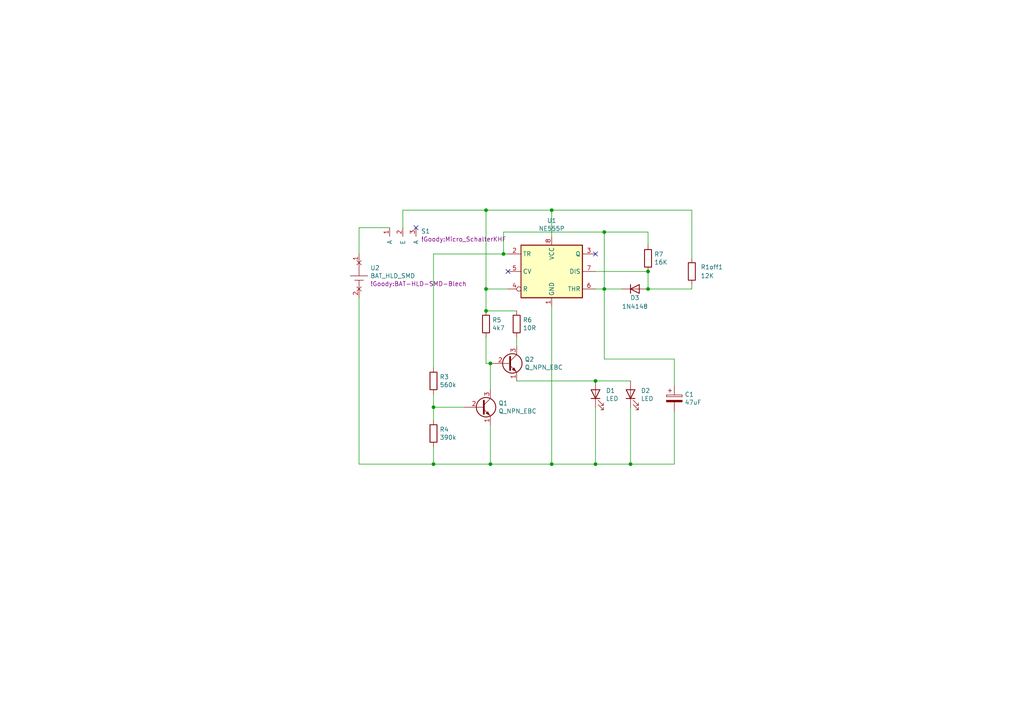
<source format=kicad_sch>
(kicad_sch
	(version 20250114)
	(generator "eeschema")
	(generator_version "9.0")
	(uuid "68a5a566-2d57-48b9-b100-9ee235a926f9")
	(paper "A4")
	(lib_symbols
		(symbol "!Goody:BAT_HLD_SMD"
			(pin_names
				(offset 1.016)
			)
			(exclude_from_sim no)
			(in_bom yes)
			(on_board yes)
			(property "Reference" "U"
				(at -5.08 0 0)
				(effects
					(font
						(size 1.27 1.27)
					)
				)
			)
			(property "Value" "BAT_HLD_SMD"
				(at -10.16 3.81 0)
				(effects
					(font
						(size 1.27 1.27)
					)
				)
			)
			(property "Footprint" "KHF_LIB:BAT-HLD-SMD"
				(at -15.24 6.35 0)
				(effects
					(font
						(size 1.27 1.27)
					)
				)
			)
			(property "Datasheet" ""
				(at -5.08 0 0)
				(effects
					(font
						(size 1.27 1.27)
					)
					(hide yes)
				)
			)
			(property "Description" "2032 SMD"
				(at 0 0 0)
				(effects
					(font
						(size 1.27 1.27)
					)
					(hide yes)
				)
			)
			(symbol "BAT_HLD_SMD_0_1"
				(rectangle
					(start -1.27 0)
					(end -2.54 0)
					(stroke
						(width 0)
						(type solid)
					)
					(fill
						(type none)
					)
				)
				(rectangle
					(start -1.27 0)
					(end 1.27 0)
					(stroke
						(width 0)
						(type solid)
					)
					(fill
						(type none)
					)
				)
				(rectangle
					(start -1.27 -1.27)
					(end 1.27 -1.27)
					(stroke
						(width 0)
						(type solid)
					)
					(fill
						(type none)
					)
				)
				(polyline
					(pts
						(xy 0 0) (xy 0 3.81)
					)
					(stroke
						(width 0)
						(type solid)
					)
					(fill
						(type none)
					)
				)
				(polyline
					(pts
						(xy 0 -3.81) (xy 0 -1.27)
					)
					(stroke
						(width 0)
						(type solid)
					)
					(fill
						(type none)
					)
				)
				(polyline
					(pts
						(xy 1.27 0) (xy 2.54 0)
					)
					(stroke
						(width 0)
						(type solid)
					)
					(fill
						(type none)
					)
				)
			)
			(symbol "BAT_HLD_SMD_1_1"
				(pin power_out non_logic
					(at 0 6.35 270)
					(length 2.54)
					(name "~"
						(effects
							(font
								(size 1.27 1.27)
							)
						)
					)
					(number "1"
						(effects
							(font
								(size 1.27 1.27)
							)
						)
					)
				)
				(pin power_out non_logic
					(at 0 -6.35 90)
					(length 2.54)
					(name "~"
						(effects
							(font
								(size 1.27 1.27)
							)
						)
					)
					(number "2"
						(effects
							(font
								(size 1.27 1.27)
							)
						)
					)
				)
			)
			(embedded_fonts no)
		)
		(symbol "!Goody:ELKO"
			(pin_numbers
				(hide yes)
			)
			(pin_names
				(offset 0.254)
			)
			(exclude_from_sim no)
			(in_bom yes)
			(on_board yes)
			(property "Reference" "C"
				(at 0.635 2.54 0)
				(effects
					(font
						(size 1.27 1.27)
					)
					(justify left)
				)
			)
			(property "Value" "ELKO"
				(at 0.635 -2.54 0)
				(effects
					(font
						(size 1.27 1.27)
					)
					(justify left)
				)
			)
			(property "Footprint" ""
				(at 0.9652 -3.81 0)
				(effects
					(font
						(size 1.27 1.27)
					)
					(hide yes)
				)
			)
			(property "Datasheet" "~"
				(at 0 0 0)
				(effects
					(font
						(size 1.27 1.27)
					)
					(hide yes)
				)
			)
			(property "Description" "ELKO"
				(at 0 0 0)
				(effects
					(font
						(size 1.27 1.27)
					)
					(hide yes)
				)
			)
			(property "ki_keywords" "cap capacitor"
				(at 0 0 0)
				(effects
					(font
						(size 1.27 1.27)
					)
					(hide yes)
				)
			)
			(property "ki_fp_filters" "CP_*"
				(at 0 0 0)
				(effects
					(font
						(size 1.27 1.27)
					)
					(hide yes)
				)
			)
			(symbol "ELKO_0_1"
				(rectangle
					(start -2.286 0.508)
					(end 2.286 1.016)
					(stroke
						(width 0)
						(type solid)
					)
					(fill
						(type none)
					)
				)
				(polyline
					(pts
						(xy -1.778 2.286) (xy -0.762 2.286)
					)
					(stroke
						(width 0)
						(type solid)
					)
					(fill
						(type none)
					)
				)
				(polyline
					(pts
						(xy -1.27 2.794) (xy -1.27 1.778)
					)
					(stroke
						(width 0)
						(type solid)
					)
					(fill
						(type none)
					)
				)
				(rectangle
					(start 2.286 -0.508)
					(end -2.286 -1.016)
					(stroke
						(width 0)
						(type solid)
					)
					(fill
						(type outline)
					)
				)
			)
			(symbol "ELKO_1_1"
				(pin passive line
					(at 0 3.81 270)
					(length 2.794)
					(name "~"
						(effects
							(font
								(size 1.27 1.27)
							)
						)
					)
					(number "1"
						(effects
							(font
								(size 1.27 1.27)
							)
						)
					)
				)
				(pin passive line
					(at 0 -3.81 90)
					(length 2.794)
					(name "~"
						(effects
							(font
								(size 1.27 1.27)
							)
						)
					)
					(number "2"
						(effects
							(font
								(size 1.27 1.27)
							)
						)
					)
				)
			)
			(embedded_fonts no)
		)
		(symbol "!Goody:LED"
			(pin_numbers
				(hide yes)
			)
			(pin_names
				(offset 1.016)
				(hide yes)
			)
			(exclude_from_sim no)
			(in_bom yes)
			(on_board yes)
			(property "Reference" "D"
				(at 0 2.54 0)
				(effects
					(font
						(size 1.27 1.27)
					)
				)
			)
			(property "Value" "LED"
				(at 2.54 -2.54 90)
				(effects
					(font
						(size 1.27 1.27)
					)
				)
			)
			(property "Footprint" "LED_THT:LED_D5.0mm"
				(at 0 5.08 0)
				(effects
					(font
						(size 1.27 1.27)
					)
					(hide yes)
				)
			)
			(property "Datasheet" ""
				(at 0 -2.54 90)
				(effects
					(font
						(size 1.27 1.27)
					)
					(hide yes)
				)
			)
			(property "Description" "LED 5mm"
				(at 0 0 0)
				(effects
					(font
						(size 1.27 1.27)
					)
					(hide yes)
				)
			)
			(property "ki_fp_filters" "LED* LED_SMD:* LED_THT:*"
				(at 0 0 0)
				(effects
					(font
						(size 1.27 1.27)
					)
					(hide yes)
				)
			)
			(symbol "LED_0_1"
				(polyline
					(pts
						(xy 0 -3.81) (xy 0 -1.27)
					)
					(stroke
						(width 0)
						(type solid)
					)
					(fill
						(type none)
					)
				)
				(polyline
					(pts
						(xy 0.762 -4.318) (xy 2.286 -5.842) (xy 2.286 -5.08) (xy 2.286 -5.842) (xy 1.524 -5.842)
					)
					(stroke
						(width 0)
						(type solid)
					)
					(fill
						(type none)
					)
				)
				(polyline
					(pts
						(xy 0.762 -5.588) (xy 2.286 -7.112) (xy 2.286 -6.35) (xy 2.286 -7.112) (xy 1.524 -7.112)
					)
					(stroke
						(width 0)
						(type solid)
					)
					(fill
						(type none)
					)
				)
				(polyline
					(pts
						(xy 1.27 -1.27) (xy -1.27 -1.27) (xy 0 -3.81) (xy 1.27 -1.27)
					)
					(stroke
						(width 0.254)
						(type solid)
					)
					(fill
						(type none)
					)
				)
				(polyline
					(pts
						(xy 1.27 -3.81) (xy -1.27 -3.81)
					)
					(stroke
						(width 0.254)
						(type solid)
					)
					(fill
						(type none)
					)
				)
			)
			(symbol "LED_1_1"
				(pin passive line
					(at 0 1.27 270)
					(length 2.54)
					(name "A"
						(effects
							(font
								(size 1.27 1.27)
							)
						)
					)
					(number "2"
						(effects
							(font
								(size 1.27 1.27)
							)
						)
					)
				)
				(pin passive line
					(at 0 -6.35 90)
					(length 2.54)
					(name "K"
						(effects
							(font
								(size 1.27 1.27)
							)
						)
					)
					(number "1"
						(effects
							(font
								(size 1.27 1.27)
							)
						)
					)
				)
			)
			(embedded_fonts no)
		)
		(symbol "!Goody:Micro_Schalter"
			(pin_names
				(offset 1.016)
			)
			(exclude_from_sim no)
			(in_bom yes)
			(on_board yes)
			(property "Reference" "S"
				(at 0 0 0)
				(effects
					(font
						(size 1.27 1.27)
					)
				)
			)
			(property "Value" "Micro_Schalter"
				(at 0 5.08 0)
				(effects
					(font
						(size 1.27 1.27)
					)
					(hide yes)
				)
			)
			(property "Footprint" "KHF_LIB:Micro_SchalterKHF"
				(at 0 0 0)
				(effects
					(font
						(size 1.27 1.27)
					)
				)
			)
			(property "Datasheet" ""
				(at 0 0 0)
				(effects
					(font
						(size 1.27 1.27)
					)
					(hide yes)
				)
			)
			(property "Description" "Micro_Schalter"
				(at 0 0 0)
				(effects
					(font
						(size 1.27 1.27)
					)
					(hide yes)
				)
			)
			(symbol "Micro_Schalter_1_1"
				(pin passive line
					(at -3.81 -2.54 270)
					(length 2.54)
					(name "A"
						(effects
							(font
								(size 1.27 1.27)
							)
						)
					)
					(number "1"
						(effects
							(font
								(size 1.27 1.27)
							)
						)
					)
				)
				(pin passive line
					(at 0 -2.54 270)
					(length 2.54)
					(name "E"
						(effects
							(font
								(size 1.27 1.27)
							)
						)
					)
					(number "2"
						(effects
							(font
								(size 1.27 1.27)
							)
						)
					)
				)
				(pin passive line
					(at 3.81 -2.54 270)
					(length 2.54)
					(name "A"
						(effects
							(font
								(size 1.27 1.27)
							)
						)
					)
					(number "3"
						(effects
							(font
								(size 1.27 1.27)
							)
						)
					)
				)
			)
			(embedded_fonts no)
		)
		(symbol "!Goody:R"
			(pin_numbers
				(hide yes)
			)
			(pin_names
				(offset 0)
			)
			(exclude_from_sim no)
			(in_bom yes)
			(on_board yes)
			(property "Reference" "R"
				(at 2.032 0 90)
				(effects
					(font
						(size 1.27 1.27)
					)
				)
			)
			(property "Value" "R"
				(at 0 0 90)
				(effects
					(font
						(size 1.27 1.27)
					)
				)
			)
			(property "Footprint" "Resistor_THT:R_Axial_DIN0411_L9.9mm_D3.6mm_P12.70mm_Horizontal"
				(at -1.778 0 90)
				(effects
					(font
						(size 1.27 1.27)
					)
					(hide yes)
				)
			)
			(property "Datasheet" "~"
				(at 0 0 0)
				(effects
					(font
						(size 1.27 1.27)
					)
					(hide yes)
				)
			)
			(property "Description" "Resistor"
				(at 0 0 0)
				(effects
					(font
						(size 1.27 1.27)
					)
					(hide yes)
				)
			)
			(property "ki_keywords" "R res resistor"
				(at 0 0 0)
				(effects
					(font
						(size 1.27 1.27)
					)
					(hide yes)
				)
			)
			(property "ki_fp_filters" "R_*"
				(at 0 0 0)
				(effects
					(font
						(size 1.27 1.27)
					)
					(hide yes)
				)
			)
			(symbol "R_0_1"
				(rectangle
					(start -1.016 -2.54)
					(end 1.016 2.54)
					(stroke
						(width 0.254)
						(type solid)
					)
					(fill
						(type none)
					)
				)
			)
			(symbol "R_1_1"
				(pin passive line
					(at 0 3.81 270)
					(length 1.27)
					(name "~"
						(effects
							(font
								(size 1.27 1.27)
							)
						)
					)
					(number "1"
						(effects
							(font
								(size 1.27 1.27)
							)
						)
					)
				)
				(pin passive line
					(at 0 -3.81 90)
					(length 1.27)
					(name "~"
						(effects
							(font
								(size 1.27 1.27)
							)
						)
					)
					(number "2"
						(effects
							(font
								(size 1.27 1.27)
							)
						)
					)
				)
			)
			(embedded_fonts no)
		)
		(symbol "Device:Q_NPN_EBC"
			(pin_names
				(offset 0)
				(hide yes)
			)
			(exclude_from_sim no)
			(in_bom yes)
			(on_board yes)
			(property "Reference" "Q"
				(at 5.08 1.27 0)
				(effects
					(font
						(size 1.27 1.27)
					)
					(justify left)
				)
			)
			(property "Value" "Q_NPN_EBC"
				(at 5.08 -1.27 0)
				(effects
					(font
						(size 1.27 1.27)
					)
					(justify left)
				)
			)
			(property "Footprint" ""
				(at 5.08 2.54 0)
				(effects
					(font
						(size 1.27 1.27)
					)
					(hide yes)
				)
			)
			(property "Datasheet" "~"
				(at 0 0 0)
				(effects
					(font
						(size 1.27 1.27)
					)
					(hide yes)
				)
			)
			(property "Description" "NPN transistor, emitter/base/collector"
				(at 0 0 0)
				(effects
					(font
						(size 1.27 1.27)
					)
					(hide yes)
				)
			)
			(property "ki_keywords" "transistor NPN"
				(at 0 0 0)
				(effects
					(font
						(size 1.27 1.27)
					)
					(hide yes)
				)
			)
			(symbol "Q_NPN_EBC_0_1"
				(polyline
					(pts
						(xy 0.635 1.905) (xy 0.635 -1.905) (xy 0.635 -1.905)
					)
					(stroke
						(width 0.508)
						(type default)
					)
					(fill
						(type none)
					)
				)
				(polyline
					(pts
						(xy 0.635 0.635) (xy 2.54 2.54)
					)
					(stroke
						(width 0)
						(type default)
					)
					(fill
						(type none)
					)
				)
				(polyline
					(pts
						(xy 0.635 -0.635) (xy 2.54 -2.54) (xy 2.54 -2.54)
					)
					(stroke
						(width 0)
						(type default)
					)
					(fill
						(type none)
					)
				)
				(circle
					(center 1.27 0)
					(radius 2.8194)
					(stroke
						(width 0.254)
						(type default)
					)
					(fill
						(type none)
					)
				)
				(polyline
					(pts
						(xy 1.27 -1.778) (xy 1.778 -1.27) (xy 2.286 -2.286) (xy 1.27 -1.778) (xy 1.27 -1.778)
					)
					(stroke
						(width 0)
						(type default)
					)
					(fill
						(type outline)
					)
				)
			)
			(symbol "Q_NPN_EBC_1_1"
				(pin passive line
					(at -5.08 0 0)
					(length 5.715)
					(name "B"
						(effects
							(font
								(size 1.27 1.27)
							)
						)
					)
					(number "2"
						(effects
							(font
								(size 1.27 1.27)
							)
						)
					)
				)
				(pin passive line
					(at 2.54 5.08 270)
					(length 2.54)
					(name "C"
						(effects
							(font
								(size 1.27 1.27)
							)
						)
					)
					(number "3"
						(effects
							(font
								(size 1.27 1.27)
							)
						)
					)
				)
				(pin passive line
					(at 2.54 -5.08 90)
					(length 2.54)
					(name "E"
						(effects
							(font
								(size 1.27 1.27)
							)
						)
					)
					(number "1"
						(effects
							(font
								(size 1.27 1.27)
							)
						)
					)
				)
			)
			(embedded_fonts no)
		)
		(symbol "Diode:1N4148"
			(pin_numbers
				(hide yes)
			)
			(pin_names
				(hide yes)
			)
			(exclude_from_sim no)
			(in_bom yes)
			(on_board yes)
			(property "Reference" "D"
				(at 0 2.54 0)
				(effects
					(font
						(size 1.27 1.27)
					)
				)
			)
			(property "Value" "1N4148"
				(at 0 -2.54 0)
				(effects
					(font
						(size 1.27 1.27)
					)
				)
			)
			(property "Footprint" "Diode_THT:D_DO-35_SOD27_P7.62mm_Horizontal"
				(at 0 0 0)
				(effects
					(font
						(size 1.27 1.27)
					)
					(hide yes)
				)
			)
			(property "Datasheet" "https://assets.nexperia.com/documents/data-sheet/1N4148_1N4448.pdf"
				(at 0 0 0)
				(effects
					(font
						(size 1.27 1.27)
					)
					(hide yes)
				)
			)
			(property "Description" "100V 0.15A standard switching diode, DO-35"
				(at 0 0 0)
				(effects
					(font
						(size 1.27 1.27)
					)
					(hide yes)
				)
			)
			(property "Sim.Device" "D"
				(at 0 0 0)
				(effects
					(font
						(size 1.27 1.27)
					)
					(hide yes)
				)
			)
			(property "Sim.Pins" "1=K 2=A"
				(at 0 0 0)
				(effects
					(font
						(size 1.27 1.27)
					)
					(hide yes)
				)
			)
			(property "ki_keywords" "diode"
				(at 0 0 0)
				(effects
					(font
						(size 1.27 1.27)
					)
					(hide yes)
				)
			)
			(property "ki_fp_filters" "D*DO?35*"
				(at 0 0 0)
				(effects
					(font
						(size 1.27 1.27)
					)
					(hide yes)
				)
			)
			(symbol "1N4148_0_1"
				(polyline
					(pts
						(xy -1.27 1.27) (xy -1.27 -1.27)
					)
					(stroke
						(width 0.254)
						(type default)
					)
					(fill
						(type none)
					)
				)
				(polyline
					(pts
						(xy 1.27 1.27) (xy 1.27 -1.27) (xy -1.27 0) (xy 1.27 1.27)
					)
					(stroke
						(width 0.254)
						(type default)
					)
					(fill
						(type none)
					)
				)
				(polyline
					(pts
						(xy 1.27 0) (xy -1.27 0)
					)
					(stroke
						(width 0)
						(type default)
					)
					(fill
						(type none)
					)
				)
			)
			(symbol "1N4148_1_1"
				(pin passive line
					(at -3.81 0 0)
					(length 2.54)
					(name "K"
						(effects
							(font
								(size 1.27 1.27)
							)
						)
					)
					(number "1"
						(effects
							(font
								(size 1.27 1.27)
							)
						)
					)
				)
				(pin passive line
					(at 3.81 0 180)
					(length 2.54)
					(name "A"
						(effects
							(font
								(size 1.27 1.27)
							)
						)
					)
					(number "2"
						(effects
							(font
								(size 1.27 1.27)
							)
						)
					)
				)
			)
			(embedded_fonts no)
		)
		(symbol "Timer:NE555P"
			(exclude_from_sim no)
			(in_bom yes)
			(on_board yes)
			(property "Reference" "U"
				(at -10.16 8.89 0)
				(effects
					(font
						(size 1.27 1.27)
					)
					(justify left)
				)
			)
			(property "Value" "NE555P"
				(at 2.54 8.89 0)
				(effects
					(font
						(size 1.27 1.27)
					)
					(justify left)
				)
			)
			(property "Footprint" "Package_DIP:DIP-8_W7.62mm"
				(at 16.51 -10.16 0)
				(effects
					(font
						(size 1.27 1.27)
					)
					(hide yes)
				)
			)
			(property "Datasheet" "http://www.ti.com/lit/ds/symlink/ne555.pdf"
				(at 21.59 -10.16 0)
				(effects
					(font
						(size 1.27 1.27)
					)
					(hide yes)
				)
			)
			(property "Description" "Precision Timers, 555 compatible,  PDIP-8"
				(at 0 0 0)
				(effects
					(font
						(size 1.27 1.27)
					)
					(hide yes)
				)
			)
			(property "ki_keywords" "single timer 555"
				(at 0 0 0)
				(effects
					(font
						(size 1.27 1.27)
					)
					(hide yes)
				)
			)
			(property "ki_fp_filters" "DIP*W7.62mm*"
				(at 0 0 0)
				(effects
					(font
						(size 1.27 1.27)
					)
					(hide yes)
				)
			)
			(symbol "NE555P_0_0"
				(pin power_in line
					(at 0 10.16 270)
					(length 2.54)
					(name "VCC"
						(effects
							(font
								(size 1.27 1.27)
							)
						)
					)
					(number "8"
						(effects
							(font
								(size 1.27 1.27)
							)
						)
					)
				)
				(pin power_in line
					(at 0 -10.16 90)
					(length 2.54)
					(name "GND"
						(effects
							(font
								(size 1.27 1.27)
							)
						)
					)
					(number "1"
						(effects
							(font
								(size 1.27 1.27)
							)
						)
					)
				)
			)
			(symbol "NE555P_0_1"
				(rectangle
					(start -8.89 -7.62)
					(end 8.89 7.62)
					(stroke
						(width 0.254)
						(type default)
					)
					(fill
						(type background)
					)
				)
				(rectangle
					(start -8.89 -7.62)
					(end 8.89 7.62)
					(stroke
						(width 0.254)
						(type default)
					)
					(fill
						(type background)
					)
				)
			)
			(symbol "NE555P_1_1"
				(pin input line
					(at -12.7 5.08 0)
					(length 3.81)
					(name "TR"
						(effects
							(font
								(size 1.27 1.27)
							)
						)
					)
					(number "2"
						(effects
							(font
								(size 1.27 1.27)
							)
						)
					)
				)
				(pin input line
					(at -12.7 0 0)
					(length 3.81)
					(name "CV"
						(effects
							(font
								(size 1.27 1.27)
							)
						)
					)
					(number "5"
						(effects
							(font
								(size 1.27 1.27)
							)
						)
					)
				)
				(pin input inverted
					(at -12.7 -5.08 0)
					(length 3.81)
					(name "R"
						(effects
							(font
								(size 1.27 1.27)
							)
						)
					)
					(number "4"
						(effects
							(font
								(size 1.27 1.27)
							)
						)
					)
				)
				(pin output line
					(at 12.7 5.08 180)
					(length 3.81)
					(name "Q"
						(effects
							(font
								(size 1.27 1.27)
							)
						)
					)
					(number "3"
						(effects
							(font
								(size 1.27 1.27)
							)
						)
					)
				)
				(pin input line
					(at 12.7 0 180)
					(length 3.81)
					(name "DIS"
						(effects
							(font
								(size 1.27 1.27)
							)
						)
					)
					(number "7"
						(effects
							(font
								(size 1.27 1.27)
							)
						)
					)
				)
				(pin input line
					(at 12.7 -5.08 180)
					(length 3.81)
					(name "THR"
						(effects
							(font
								(size 1.27 1.27)
							)
						)
					)
					(number "6"
						(effects
							(font
								(size 1.27 1.27)
							)
						)
					)
				)
			)
			(embedded_fonts no)
		)
	)
	(junction
		(at 175.26 67.31)
		(diameter 0)
		(color 0 0 0 0)
		(uuid "012158cf-1eb2-4a04-9fe0-bc3bbbe5f20e")
	)
	(junction
		(at 172.72 110.49)
		(diameter 0)
		(color 0 0 0 0)
		(uuid "0aae2d60-0ac1-4836-88ae-a02edc604ac3")
	)
	(junction
		(at 142.24 134.62)
		(diameter 0)
		(color 0 0 0 0)
		(uuid "0b7aece9-028a-4cab-9a4d-73f26402c749")
	)
	(junction
		(at 187.96 83.82)
		(diameter 0)
		(color 0 0 0 0)
		(uuid "0ce6205c-1b98-4944-8278-1f75d400bf83")
	)
	(junction
		(at 125.73 134.62)
		(diameter 0)
		(color 0 0 0 0)
		(uuid "27217c67-fcb9-40cd-8a2c-c8daa298c42f")
	)
	(junction
		(at 140.97 83.82)
		(diameter 0)
		(color 0 0 0 0)
		(uuid "4bd7df39-dd42-44b2-b19d-e9afe789db09")
	)
	(junction
		(at 142.24 105.41)
		(diameter 0)
		(color 0 0 0 0)
		(uuid "63dc224a-815c-4850-8417-102c00228f66")
	)
	(junction
		(at 187.96 78.74)
		(diameter 0)
		(color 0 0 0 0)
		(uuid "8beb06f7-cf21-4146-961b-ec5c6ee40f3b")
	)
	(junction
		(at 182.88 134.62)
		(diameter 0)
		(color 0 0 0 0)
		(uuid "ad33428f-45e7-4405-b492-b406ed40b9d0")
	)
	(junction
		(at 160.02 134.62)
		(diameter 0)
		(color 0 0 0 0)
		(uuid "b6e65093-069d-49f1-9227-0f3a7a165f6e")
	)
	(junction
		(at 160.02 60.96)
		(diameter 0)
		(color 0 0 0 0)
		(uuid "b8d1b895-5e2e-46bd-a79e-6fb15635573b")
	)
	(junction
		(at 140.97 90.17)
		(diameter 0)
		(color 0 0 0 0)
		(uuid "c0635db2-8762-4db8-ab63-e7d51ffbdb9f")
	)
	(junction
		(at 175.26 83.82)
		(diameter 0)
		(color 0 0 0 0)
		(uuid "c8cad75e-90bb-422d-bcb3-ba315e2a7968")
	)
	(junction
		(at 125.73 118.11)
		(diameter 0)
		(color 0 0 0 0)
		(uuid "d0ec8959-e1e7-4ed1-952e-f746c2e3df3d")
	)
	(junction
		(at 172.72 134.62)
		(diameter 0)
		(color 0 0 0 0)
		(uuid "d449a859-3013-4d7b-9ae3-0c96752b1811")
	)
	(junction
		(at 140.97 60.96)
		(diameter 0)
		(color 0 0 0 0)
		(uuid "ea2e6f39-f969-4e38-b067-2c337d967d16")
	)
	(junction
		(at 146.05 73.66)
		(diameter 0)
		(color 0 0 0 0)
		(uuid "fdb4767d-b824-410a-8f08-c8907185ffa4")
	)
	(no_connect
		(at 147.32 78.74)
		(uuid "62aea0cf-c9d8-47f7-9221-1b69d6d37cee")
	)
	(no_connect
		(at 120.65 66.04)
		(uuid "b2986437-b8a9-4df8-aa3b-9e0bac3ba50d")
	)
	(no_connect
		(at 172.72 73.66)
		(uuid "c68ac1aa-e00d-4899-b868-06a5033ed382")
	)
	(wire
		(pts
			(xy 187.96 67.31) (xy 175.26 67.31)
		)
		(stroke
			(width 0)
			(type default)
		)
		(uuid "002766c1-e086-4f54-a10f-ee4f2898a088")
	)
	(wire
		(pts
			(xy 116.84 66.04) (xy 116.84 60.96)
		)
		(stroke
			(width 0)
			(type default)
		)
		(uuid "0369ec76-ec7c-494b-b770-da59e947f687")
	)
	(wire
		(pts
			(xy 149.86 90.17) (xy 140.97 90.17)
		)
		(stroke
			(width 0)
			(type default)
		)
		(uuid "04764c24-a91d-4b45-92bc-ec528b9b1893")
	)
	(wire
		(pts
			(xy 140.97 60.96) (xy 160.02 60.96)
		)
		(stroke
			(width 0)
			(type default)
		)
		(uuid "0924a193-6b94-4a95-b18f-3d563f8f8de8")
	)
	(wire
		(pts
			(xy 195.58 104.14) (xy 195.58 111.76)
		)
		(stroke
			(width 0)
			(type default)
		)
		(uuid "21738cd2-c81c-4b7d-a8dd-f7185532bac2")
	)
	(wire
		(pts
			(xy 125.73 118.11) (xy 125.73 114.3)
		)
		(stroke
			(width 0)
			(type default)
		)
		(uuid "23565ee6-c8df-4128-88ff-3350bb4ba9c8")
	)
	(wire
		(pts
			(xy 116.84 60.96) (xy 140.97 60.96)
		)
		(stroke
			(width 0)
			(type default)
		)
		(uuid "346393bb-1605-4d54-b2c6-2f6e00c70ee6")
	)
	(wire
		(pts
			(xy 180.34 83.82) (xy 175.26 83.82)
		)
		(stroke
			(width 0)
			(type default)
		)
		(uuid "35135f54-ad0c-4b18-a9dc-ae5e67e7741b")
	)
	(wire
		(pts
			(xy 160.02 88.9) (xy 160.02 134.62)
		)
		(stroke
			(width 0)
			(type default)
		)
		(uuid "374e577f-7161-418e-88cc-fe8adf6ced6b")
	)
	(wire
		(pts
			(xy 142.24 134.62) (xy 160.02 134.62)
		)
		(stroke
			(width 0)
			(type default)
		)
		(uuid "37b3ca76-2e26-4983-8e8f-8a45eabae334")
	)
	(wire
		(pts
			(xy 187.96 78.74) (xy 187.96 83.82)
		)
		(stroke
			(width 0)
			(type default)
		)
		(uuid "3bf3d463-cdfe-48b2-9b9e-5d6579778c99")
	)
	(wire
		(pts
			(xy 104.14 66.04) (xy 104.14 73.66)
		)
		(stroke
			(width 0)
			(type default)
		)
		(uuid "4522aad0-b5ce-4a47-9f15-aed43bf575ae")
	)
	(wire
		(pts
			(xy 125.73 73.66) (xy 125.73 106.68)
		)
		(stroke
			(width 0)
			(type default)
		)
		(uuid "489bf9e2-6cee-4879-85ac-c38ed198b451")
	)
	(wire
		(pts
			(xy 172.72 118.11) (xy 172.72 134.62)
		)
		(stroke
			(width 0)
			(type default)
		)
		(uuid "51f80946-5ec7-4683-bd25-da386648cd3d")
	)
	(wire
		(pts
			(xy 187.96 83.82) (xy 200.66 83.82)
		)
		(stroke
			(width 0)
			(type default)
		)
		(uuid "5cfbc030-769e-4ebe-99bd-80c9729a94da")
	)
	(wire
		(pts
			(xy 104.14 86.36) (xy 104.14 134.62)
		)
		(stroke
			(width 0)
			(type default)
		)
		(uuid "5eff36cc-129f-4bd6-897a-8be627d938db")
	)
	(wire
		(pts
			(xy 172.72 110.49) (xy 182.88 110.49)
		)
		(stroke
			(width 0)
			(type default)
		)
		(uuid "65202488-47a4-44dd-8762-dd03c46463f5")
	)
	(wire
		(pts
			(xy 175.26 83.82) (xy 175.26 104.14)
		)
		(stroke
			(width 0)
			(type default)
		)
		(uuid "68c10858-0141-4047-b4cc-ba5600203d54")
	)
	(wire
		(pts
			(xy 125.73 129.54) (xy 125.73 134.62)
		)
		(stroke
			(width 0)
			(type default)
		)
		(uuid "68f599db-f3c7-4e8e-b8d4-eb5c7406dfe0")
	)
	(wire
		(pts
			(xy 149.86 100.33) (xy 149.86 97.79)
		)
		(stroke
			(width 0)
			(type default)
		)
		(uuid "6b744bf6-7e18-4faa-bf00-c81aec1d32d7")
	)
	(wire
		(pts
			(xy 140.97 90.17) (xy 140.97 83.82)
		)
		(stroke
			(width 0)
			(type default)
		)
		(uuid "6cc4863b-c4ef-42d7-bda7-585d1a8e7b5a")
	)
	(wire
		(pts
			(xy 146.05 73.66) (xy 147.32 73.66)
		)
		(stroke
			(width 0)
			(type default)
		)
		(uuid "70a841b9-73c0-4213-9ab2-9e39def9505c")
	)
	(wire
		(pts
			(xy 195.58 119.38) (xy 195.58 134.62)
		)
		(stroke
			(width 0)
			(type default)
		)
		(uuid "71fe0bcb-b7ec-496d-b31c-3f53ef8a3eb9")
	)
	(wire
		(pts
			(xy 160.02 134.62) (xy 172.72 134.62)
		)
		(stroke
			(width 0)
			(type default)
		)
		(uuid "7280d059-5ba4-437a-9cae-0a84d2b47efa")
	)
	(wire
		(pts
			(xy 182.88 134.62) (xy 182.88 118.11)
		)
		(stroke
			(width 0)
			(type default)
		)
		(uuid "73d38a6f-dc0b-47b7-a44a-30326af55193")
	)
	(wire
		(pts
			(xy 175.26 83.82) (xy 175.26 67.31)
		)
		(stroke
			(width 0)
			(type default)
		)
		(uuid "82348651-6161-4a9d-ab42-72d3587375b4")
	)
	(wire
		(pts
			(xy 125.73 121.92) (xy 125.73 118.11)
		)
		(stroke
			(width 0)
			(type default)
		)
		(uuid "872051fe-f2ee-403b-b570-781ed4f7cc33")
	)
	(wire
		(pts
			(xy 134.62 118.11) (xy 125.73 118.11)
		)
		(stroke
			(width 0)
			(type default)
		)
		(uuid "8b289452-3349-4798-addb-8add3468ce6c")
	)
	(wire
		(pts
			(xy 113.03 66.04) (xy 104.14 66.04)
		)
		(stroke
			(width 0)
			(type default)
		)
		(uuid "94c62285-a329-473e-a14f-b7e2144e795b")
	)
	(wire
		(pts
			(xy 160.02 60.96) (xy 200.66 60.96)
		)
		(stroke
			(width 0)
			(type default)
		)
		(uuid "986e499a-5f92-48d6-9c08-93daf91d41ce")
	)
	(wire
		(pts
			(xy 147.32 83.82) (xy 140.97 83.82)
		)
		(stroke
			(width 0)
			(type default)
		)
		(uuid "99c927c2-62e7-44b0-a40d-481bb978c647")
	)
	(wire
		(pts
			(xy 140.97 83.82) (xy 140.97 60.96)
		)
		(stroke
			(width 0)
			(type default)
		)
		(uuid "9b62b4d0-027e-4faf-884f-5357a2e3afb5")
	)
	(wire
		(pts
			(xy 146.05 67.31) (xy 146.05 73.66)
		)
		(stroke
			(width 0)
			(type default)
		)
		(uuid "aade027d-013a-4b01-83d1-86fb439c8b69")
	)
	(wire
		(pts
			(xy 125.73 73.66) (xy 146.05 73.66)
		)
		(stroke
			(width 0)
			(type default)
		)
		(uuid "ac7107ee-0f96-43ed-9076-90a475760bf7")
	)
	(wire
		(pts
			(xy 172.72 134.62) (xy 182.88 134.62)
		)
		(stroke
			(width 0)
			(type default)
		)
		(uuid "ae83c254-af4e-4fc7-b3c7-a3ef4e8091ca")
	)
	(wire
		(pts
			(xy 104.14 134.62) (xy 125.73 134.62)
		)
		(stroke
			(width 0)
			(type default)
		)
		(uuid "aeb4cd39-828e-49d5-8305-9e3ebf5d7913")
	)
	(wire
		(pts
			(xy 142.24 105.41) (xy 142.24 113.03)
		)
		(stroke
			(width 0)
			(type default)
		)
		(uuid "b0b6212e-3452-4191-990f-5ad5df4da649")
	)
	(wire
		(pts
			(xy 125.73 134.62) (xy 142.24 134.62)
		)
		(stroke
			(width 0)
			(type default)
		)
		(uuid "b572b30d-3454-45af-9b67-e47686d639ea")
	)
	(wire
		(pts
			(xy 175.26 104.14) (xy 195.58 104.14)
		)
		(stroke
			(width 0)
			(type default)
		)
		(uuid "b8cde48d-318e-423f-8b3a-f89f1366607d")
	)
	(wire
		(pts
			(xy 142.24 123.19) (xy 142.24 134.62)
		)
		(stroke
			(width 0)
			(type default)
		)
		(uuid "ba8f93f8-cfde-49e8-8c4b-1053c7b63ec4")
	)
	(wire
		(pts
			(xy 140.97 97.79) (xy 140.97 105.41)
		)
		(stroke
			(width 0)
			(type default)
		)
		(uuid "bc30c2a3-bf20-44fd-82cd-f9c629797399")
	)
	(wire
		(pts
			(xy 195.58 134.62) (xy 182.88 134.62)
		)
		(stroke
			(width 0)
			(type default)
		)
		(uuid "cb465a3f-9ebe-4e7f-a4f4-389aec4a54cf")
	)
	(wire
		(pts
			(xy 200.66 83.82) (xy 200.66 82.55)
		)
		(stroke
			(width 0)
			(type default)
		)
		(uuid "d3c5ba5a-a78c-46a6-9b95-49278eddfa9a")
	)
	(wire
		(pts
			(xy 140.97 105.41) (xy 142.24 105.41)
		)
		(stroke
			(width 0)
			(type default)
		)
		(uuid "d8b2ae4f-82e3-4460-9085-b5964ab13d3f")
	)
	(wire
		(pts
			(xy 200.66 60.96) (xy 200.66 74.93)
		)
		(stroke
			(width 0)
			(type default)
		)
		(uuid "e01c5bfd-4070-4921-ac0b-de7edd018ffe")
	)
	(wire
		(pts
			(xy 172.72 110.49) (xy 149.86 110.49)
		)
		(stroke
			(width 0)
			(type default)
		)
		(uuid "e7e030dc-0646-4d90-93b0-713786cefd75")
	)
	(wire
		(pts
			(xy 175.26 83.82) (xy 172.72 83.82)
		)
		(stroke
			(width 0)
			(type default)
		)
		(uuid "edb77564-8a95-4dfb-b519-23d2bacf7c91")
	)
	(wire
		(pts
			(xy 160.02 60.96) (xy 160.02 68.58)
		)
		(stroke
			(width 0)
			(type default)
		)
		(uuid "efb8dc49-7be9-4d86-a157-3e4f2af432b1")
	)
	(wire
		(pts
			(xy 187.96 71.12) (xy 187.96 67.31)
		)
		(stroke
			(width 0)
			(type default)
		)
		(uuid "f37b6895-25ec-4a66-b50c-a1324a6f1c48")
	)
	(wire
		(pts
			(xy 175.26 67.31) (xy 146.05 67.31)
		)
		(stroke
			(width 0)
			(type default)
		)
		(uuid "f7edd493-2875-49c4-b908-8be2743558d7")
	)
	(wire
		(pts
			(xy 172.72 78.74) (xy 187.96 78.74)
		)
		(stroke
			(width 0)
			(type default)
		)
		(uuid "fd02e64a-7306-4b67-bd0a-d2138f720ed4")
	)
	(symbol
		(lib_id "Timer:NE555P")
		(at 160.02 78.74 0)
		(unit 1)
		(exclude_from_sim no)
		(in_bom yes)
		(on_board yes)
		(dnp no)
		(uuid "00000000-0000-0000-0000-000064f9f70a")
		(property "Reference" "U1"
			(at 160.02 63.9826 0)
			(effects
				(font
					(size 1.27 1.27)
				)
			)
		)
		(property "Value" "NE555P"
			(at 160.02 66.294 0)
			(effects
				(font
					(size 1.27 1.27)
				)
			)
		)
		(property "Footprint" "Package_DIP:DIP-8_W7.62mm"
			(at 176.53 88.9 0)
			(effects
				(font
					(size 1.27 1.27)
				)
				(hide yes)
			)
		)
		(property "Datasheet" "http://www.ti.com/lit/ds/symlink/ne555.pdf"
			(at 181.61 88.9 0)
			(effects
				(font
					(size 1.27 1.27)
				)
				(hide yes)
			)
		)
		(property "Description" ""
			(at 160.02 78.74 0)
			(effects
				(font
					(size 1.27 1.27)
				)
			)
		)
		(pin "1"
			(uuid "74da7e86-810c-4641-9c88-6b7d5313d3b5")
		)
		(pin "8"
			(uuid "82781818-99dc-4d08-85d7-46dded14e09e")
		)
		(pin "2"
			(uuid "e62b6303-9aaf-44ae-bc70-322bdb6f96e7")
		)
		(pin "3"
			(uuid "cfc6f40a-2cec-48b5-8729-2e11e2055231")
		)
		(pin "4"
			(uuid "c98748ed-9613-4c27-8435-867b0ff98bbf")
		)
		(pin "5"
			(uuid "57bd1888-210c-4a43-84a5-a5601f71e698")
		)
		(pin "6"
			(uuid "540247ba-b4f2-492e-a559-48d695fc28f0")
		)
		(pin "7"
			(uuid "2bdc23b6-88b7-41ca-a97d-0666bc8e85f3")
		)
		(instances
			(project "Rocket"
				(path "/68a5a566-2d57-48b9-b100-9ee235a926f9"
					(reference "U1")
					(unit 1)
				)
			)
		)
	)
	(symbol
		(lib_id "Diode:1N4148")
		(at 184.15 83.82 0)
		(unit 1)
		(exclude_from_sim no)
		(in_bom yes)
		(on_board yes)
		(dnp no)
		(uuid "00000000-0000-0000-0000-000064f9ff5a")
		(property "Reference" "D3"
			(at 184.15 86.36 0)
			(effects
				(font
					(size 1.27 1.27)
				)
			)
		)
		(property "Value" "1N4148"
			(at 184.15 88.9 0)
			(effects
				(font
					(size 1.27 1.27)
				)
			)
		)
		(property "Footprint" "!Goody:1N4147_P7.62mm_Horizontal"
			(at 184.15 88.265 0)
			(effects
				(font
					(size 1.27 1.27)
				)
				(hide yes)
			)
		)
		(property "Datasheet" "https://assets.nexperia.com/documents/data-sheet/1N4148_1N4448.pdf"
			(at 184.15 83.82 0)
			(effects
				(font
					(size 1.27 1.27)
				)
				(hide yes)
			)
		)
		(property "Description" ""
			(at 184.15 83.82 0)
			(effects
				(font
					(size 1.27 1.27)
				)
			)
		)
		(pin "1"
			(uuid "37370d77-697d-4bff-856b-4c6fd6f27aad")
		)
		(pin "2"
			(uuid "5d51d78e-13d8-47d3-bce1-f9e20a41291d")
		)
		(instances
			(project "Rocket"
				(path "/68a5a566-2d57-48b9-b100-9ee235a926f9"
					(reference "D3")
					(unit 1)
				)
			)
		)
	)
	(symbol
		(lib_id "!Goody:ELKO")
		(at 195.58 115.57 0)
		(unit 1)
		(exclude_from_sim no)
		(in_bom yes)
		(on_board yes)
		(dnp no)
		(uuid "00000000-0000-0000-0000-000064fa140e")
		(property "Reference" "C1"
			(at 198.5772 114.4016 0)
			(effects
				(font
					(size 1.27 1.27)
				)
				(justify left)
			)
		)
		(property "Value" "47uF"
			(at 198.5772 116.713 0)
			(effects
				(font
					(size 1.27 1.27)
				)
				(justify left)
			)
		)
		(property "Footprint" "!Goody:C_Radial_D6.3mm_P2.50mm"
			(at 196.5452 119.38 0)
			(effects
				(font
					(size 1.27 1.27)
				)
				(hide yes)
			)
		)
		(property "Datasheet" "~"
			(at 195.58 115.57 0)
			(effects
				(font
					(size 1.27 1.27)
				)
				(hide yes)
			)
		)
		(property "Description" ""
			(at 195.58 115.57 0)
			(effects
				(font
					(size 1.27 1.27)
				)
			)
		)
		(pin "1"
			(uuid "cc7a2b9e-36bf-494c-b880-a2ffc6e74bbc")
		)
		(pin "2"
			(uuid "45431d58-9c01-4cc0-86e1-4d5348bf4fa6")
		)
		(instances
			(project "Rocket"
				(path "/68a5a566-2d57-48b9-b100-9ee235a926f9"
					(reference "C1")
					(unit 1)
				)
			)
		)
	)
	(symbol
		(lib_id "!Goody:R")
		(at 125.73 110.49 0)
		(unit 1)
		(exclude_from_sim no)
		(in_bom yes)
		(on_board yes)
		(dnp no)
		(uuid "00000000-0000-0000-0000-000064fa24a9")
		(property "Reference" "R3"
			(at 127.508 109.3216 0)
			(effects
				(font
					(size 1.27 1.27)
				)
				(justify left)
			)
		)
		(property "Value" "560k"
			(at 127.508 111.633 0)
			(effects
				(font
					(size 1.27 1.27)
				)
				(justify left)
			)
		)
		(property "Footprint" "Resistor_THT:R_Axial_DIN0207_L6.3mm_D2.5mm_P10.16mm_Horizontal"
			(at 123.952 110.49 90)
			(effects
				(font
					(size 1.27 1.27)
				)
				(hide yes)
			)
		)
		(property "Datasheet" "~"
			(at 125.73 110.49 0)
			(effects
				(font
					(size 1.27 1.27)
				)
				(hide yes)
			)
		)
		(property "Description" ""
			(at 125.73 110.49 0)
			(effects
				(font
					(size 1.27 1.27)
				)
			)
		)
		(pin "1"
			(uuid "37da9d2a-80cf-433d-8cb0-19a026ff6e1c")
		)
		(pin "2"
			(uuid "b8ab7582-e1b8-474b-8862-15918d7429a9")
		)
		(instances
			(project "Rocket"
				(path "/68a5a566-2d57-48b9-b100-9ee235a926f9"
					(reference "R3")
					(unit 1)
				)
			)
		)
	)
	(symbol
		(lib_id "!Goody:R")
		(at 125.73 125.73 0)
		(unit 1)
		(exclude_from_sim no)
		(in_bom yes)
		(on_board yes)
		(dnp no)
		(uuid "00000000-0000-0000-0000-000064fa3399")
		(property "Reference" "R4"
			(at 127.508 124.5616 0)
			(effects
				(font
					(size 1.27 1.27)
				)
				(justify left)
			)
		)
		(property "Value" "390k"
			(at 127.508 126.873 0)
			(effects
				(font
					(size 1.27 1.27)
				)
				(justify left)
			)
		)
		(property "Footprint" "Resistor_THT:R_Axial_DIN0207_L6.3mm_D2.5mm_P10.16mm_Horizontal"
			(at 123.952 125.73 90)
			(effects
				(font
					(size 1.27 1.27)
				)
				(hide yes)
			)
		)
		(property "Datasheet" "~"
			(at 125.73 125.73 0)
			(effects
				(font
					(size 1.27 1.27)
				)
				(hide yes)
			)
		)
		(property "Description" ""
			(at 125.73 125.73 0)
			(effects
				(font
					(size 1.27 1.27)
				)
			)
		)
		(pin "1"
			(uuid "1e55646e-c817-4cc3-ba2e-1d9c73a2fbd9")
		)
		(pin "2"
			(uuid "f66c6906-8a08-4a63-a484-fd25b36fcd8d")
		)
		(instances
			(project "Rocket"
				(path "/68a5a566-2d57-48b9-b100-9ee235a926f9"
					(reference "R4")
					(unit 1)
				)
			)
		)
	)
	(symbol
		(lib_id "Device:Q_NPN_EBC")
		(at 139.7 118.11 0)
		(unit 1)
		(exclude_from_sim no)
		(in_bom yes)
		(on_board yes)
		(dnp no)
		(uuid "00000000-0000-0000-0000-000064fa371b")
		(property "Reference" "Q1"
			(at 144.5514 116.9416 0)
			(effects
				(font
					(size 1.27 1.27)
				)
				(justify left)
			)
		)
		(property "Value" "Q_NPN_EBC"
			(at 144.5514 119.253 0)
			(effects
				(font
					(size 1.27 1.27)
				)
				(justify left)
			)
		)
		(property "Footprint" "!Goody:TO-92L_Wide"
			(at 144.78 115.57 0)
			(effects
				(font
					(size 1.27 1.27)
				)
				(hide yes)
			)
		)
		(property "Datasheet" "~"
			(at 139.7 118.11 0)
			(effects
				(font
					(size 1.27 1.27)
				)
				(hide yes)
			)
		)
		(property "Description" ""
			(at 139.7 118.11 0)
			(effects
				(font
					(size 1.27 1.27)
				)
			)
		)
		(pin "1"
			(uuid "7fa41cff-a3c9-4ad9-8563-eb01d0b7978a")
		)
		(pin "2"
			(uuid "91373526-9628-48a1-bbc2-ffb32b960ef3")
		)
		(pin "3"
			(uuid "b895d414-5d55-4657-9e61-51dca46af7d4")
		)
		(instances
			(project "Rocket"
				(path "/68a5a566-2d57-48b9-b100-9ee235a926f9"
					(reference "Q1")
					(unit 1)
				)
			)
		)
	)
	(symbol
		(lib_id "Device:Q_NPN_EBC")
		(at 147.32 105.41 0)
		(unit 1)
		(exclude_from_sim no)
		(in_bom yes)
		(on_board yes)
		(dnp no)
		(uuid "00000000-0000-0000-0000-000064fa3d42")
		(property "Reference" "Q2"
			(at 152.1714 104.2416 0)
			(effects
				(font
					(size 1.27 1.27)
				)
				(justify left)
			)
		)
		(property "Value" "Q_NPN_EBC"
			(at 152.1714 106.553 0)
			(effects
				(font
					(size 1.27 1.27)
				)
				(justify left)
			)
		)
		(property "Footprint" "!Goody:TO-92L_Wide"
			(at 152.4 102.87 0)
			(effects
				(font
					(size 1.27 1.27)
				)
				(hide yes)
			)
		)
		(property "Datasheet" "~"
			(at 147.32 105.41 0)
			(effects
				(font
					(size 1.27 1.27)
				)
				(hide yes)
			)
		)
		(property "Description" ""
			(at 147.32 105.41 0)
			(effects
				(font
					(size 1.27 1.27)
				)
			)
		)
		(pin "1"
			(uuid "0248ea93-9795-4051-ae34-71fa941321d5")
		)
		(pin "2"
			(uuid "99d8505e-12a1-4575-9cff-7c06b2d8e8c7")
		)
		(pin "3"
			(uuid "49d796b7-5ce5-4456-bcc8-e1d21dd373cf")
		)
		(instances
			(project "Rocket"
				(path "/68a5a566-2d57-48b9-b100-9ee235a926f9"
					(reference "Q2")
					(unit 1)
				)
			)
		)
	)
	(symbol
		(lib_id "!Goody:LED")
		(at 172.72 111.76 0)
		(unit 1)
		(exclude_from_sim no)
		(in_bom yes)
		(on_board yes)
		(dnp no)
		(uuid "00000000-0000-0000-0000-000064fa754a")
		(property "Reference" "D1"
			(at 175.7172 113.3094 0)
			(effects
				(font
					(size 1.27 1.27)
				)
				(justify left)
			)
		)
		(property "Value" "LED"
			(at 175.7172 115.6208 0)
			(effects
				(font
					(size 1.27 1.27)
				)
				(justify left)
			)
		)
		(property "Footprint" "!Goody:LED_D3.0mm"
			(at 172.72 106.68 0)
			(effects
				(font
					(size 1.27 1.27)
				)
				(hide yes)
			)
		)
		(property "Datasheet" ""
			(at 172.72 114.3 90)
			(effects
				(font
					(size 1.27 1.27)
				)
				(hide yes)
			)
		)
		(property "Description" ""
			(at 172.72 111.76 0)
			(effects
				(font
					(size 1.27 1.27)
				)
			)
		)
		(pin "1"
			(uuid "f42ac44b-9d81-4601-8d06-84e94a9c39c2")
		)
		(pin "2"
			(uuid "f886767c-42c2-4d8b-8351-651c4df1c135")
		)
		(instances
			(project "Rocket"
				(path "/68a5a566-2d57-48b9-b100-9ee235a926f9"
					(reference "D1")
					(unit 1)
				)
			)
		)
	)
	(symbol
		(lib_id "!Goody:LED")
		(at 182.88 111.76 0)
		(unit 1)
		(exclude_from_sim no)
		(in_bom yes)
		(on_board yes)
		(dnp no)
		(uuid "00000000-0000-0000-0000-000064fa7a13")
		(property "Reference" "D2"
			(at 185.8772 113.3094 0)
			(effects
				(font
					(size 1.27 1.27)
				)
				(justify left)
			)
		)
		(property "Value" "LED"
			(at 185.8772 115.6208 0)
			(effects
				(font
					(size 1.27 1.27)
				)
				(justify left)
			)
		)
		(property "Footprint" "!Goody:LED_D3.0mm"
			(at 182.88 106.68 0)
			(effects
				(font
					(size 1.27 1.27)
				)
				(hide yes)
			)
		)
		(property "Datasheet" ""
			(at 182.88 114.3 90)
			(effects
				(font
					(size 1.27 1.27)
				)
				(hide yes)
			)
		)
		(property "Description" ""
			(at 182.88 111.76 0)
			(effects
				(font
					(size 1.27 1.27)
				)
			)
		)
		(pin "1"
			(uuid "5bdbd98f-1ad2-44fb-bf76-316fe2444aea")
		)
		(pin "2"
			(uuid "b50a5ccc-c1cf-4fa2-868c-109d292d7a66")
		)
		(instances
			(project "Rocket"
				(path "/68a5a566-2d57-48b9-b100-9ee235a926f9"
					(reference "D2")
					(unit 1)
				)
			)
		)
	)
	(symbol
		(lib_id "!Goody:BAT_HLD_SMD")
		(at 104.14 80.01 0)
		(unit 1)
		(exclude_from_sim no)
		(in_bom yes)
		(on_board yes)
		(dnp no)
		(uuid "00000000-0000-0000-0000-000064fa7ccc")
		(property "Reference" "U2"
			(at 107.3912 77.6986 0)
			(effects
				(font
					(size 1.27 1.27)
				)
				(justify left)
			)
		)
		(property "Value" "BAT_HLD_SMD"
			(at 107.3912 80.01 0)
			(effects
				(font
					(size 1.27 1.27)
				)
				(justify left)
			)
		)
		(property "Footprint" "!Goody:BAT-HLD-SMD-Blech"
			(at 107.3912 82.3214 0)
			(effects
				(font
					(size 1.27 1.27)
				)
				(justify left)
			)
		)
		(property "Datasheet" ""
			(at 99.06 80.01 0)
			(effects
				(font
					(size 1.27 1.27)
				)
				(hide yes)
			)
		)
		(property "Description" ""
			(at 104.14 80.01 0)
			(effects
				(font
					(size 1.27 1.27)
				)
			)
		)
		(pin "1"
			(uuid "f25eda0b-756a-431d-9307-6cf6a4c32c48")
		)
		(pin "2"
			(uuid "cbd90afc-db02-4a44-a685-e85dc1dbb84e")
		)
		(instances
			(project "Rocket"
				(path "/68a5a566-2d57-48b9-b100-9ee235a926f9"
					(reference "U2")
					(unit 1)
				)
			)
		)
	)
	(symbol
		(lib_id "!Goody:Micro_Schalter")
		(at 116.84 63.5 0)
		(unit 1)
		(exclude_from_sim no)
		(in_bom yes)
		(on_board yes)
		(dnp no)
		(uuid "00000000-0000-0000-0000-000064fa8e01")
		(property "Reference" "S1"
			(at 122.1232 67.0814 0)
			(effects
				(font
					(size 1.27 1.27)
				)
				(justify left)
			)
		)
		(property "Value" "Micro_Schalter"
			(at 116.84 58.42 0)
			(effects
				(font
					(size 1.27 1.27)
				)
				(hide yes)
			)
		)
		(property "Footprint" "!Goody:Micro_SchalterKHF"
			(at 122.1232 69.3928 0)
			(effects
				(font
					(size 1.27 1.27)
				)
				(justify left)
			)
		)
		(property "Datasheet" ""
			(at 116.84 63.5 0)
			(effects
				(font
					(size 1.27 1.27)
				)
				(hide yes)
			)
		)
		(property "Description" ""
			(at 116.84 63.5 0)
			(effects
				(font
					(size 1.27 1.27)
				)
			)
		)
		(pin "1"
			(uuid "c3afef01-ba02-49c8-95d7-1778acbb1937")
		)
		(pin "2"
			(uuid "80d9a9c1-0ebd-46d8-8321-e61236ac320c")
		)
		(pin "3"
			(uuid "619da69a-e421-48f9-80fd-36017b65f181")
		)
		(instances
			(project "Rocket"
				(path "/68a5a566-2d57-48b9-b100-9ee235a926f9"
					(reference "S1")
					(unit 1)
				)
			)
		)
	)
	(symbol
		(lib_id "!Goody:R")
		(at 149.86 93.98 0)
		(unit 1)
		(exclude_from_sim no)
		(in_bom yes)
		(on_board yes)
		(dnp no)
		(uuid "00000000-0000-0000-0000-000064fabe4c")
		(property "Reference" "R6"
			(at 151.638 92.8116 0)
			(effects
				(font
					(size 1.27 1.27)
				)
				(justify left)
			)
		)
		(property "Value" "10R"
			(at 151.638 95.123 0)
			(effects
				(font
					(size 1.27 1.27)
				)
				(justify left)
			)
		)
		(property "Footprint" "Resistor_THT:R_Axial_DIN0207_L6.3mm_D2.5mm_P10.16mm_Horizontal"
			(at 148.082 93.98 90)
			(effects
				(font
					(size 1.27 1.27)
				)
				(hide yes)
			)
		)
		(property "Datasheet" "~"
			(at 149.86 93.98 0)
			(effects
				(font
					(size 1.27 1.27)
				)
				(hide yes)
			)
		)
		(property "Description" ""
			(at 149.86 93.98 0)
			(effects
				(font
					(size 1.27 1.27)
				)
			)
		)
		(pin "1"
			(uuid "7fa17063-c1c2-48a0-b8f6-b06dddf6e620")
		)
		(pin "2"
			(uuid "f5cd1912-01e6-47a5-9306-70a02e47a69c")
		)
		(instances
			(project "Rocket"
				(path "/68a5a566-2d57-48b9-b100-9ee235a926f9"
					(reference "R6")
					(unit 1)
				)
			)
		)
	)
	(symbol
		(lib_id "!Goody:R")
		(at 140.97 93.98 0)
		(unit 1)
		(exclude_from_sim no)
		(in_bom yes)
		(on_board yes)
		(dnp no)
		(uuid "00000000-0000-0000-0000-000064fbc7f7")
		(property "Reference" "R5"
			(at 142.748 92.8116 0)
			(effects
				(font
					(size 1.27 1.27)
				)
				(justify left)
			)
		)
		(property "Value" "4k7"
			(at 142.748 95.123 0)
			(effects
				(font
					(size 1.27 1.27)
				)
				(justify left)
			)
		)
		(property "Footprint" "Resistor_THT:R_Axial_DIN0207_L6.3mm_D2.5mm_P10.16mm_Horizontal"
			(at 139.192 93.98 90)
			(effects
				(font
					(size 1.27 1.27)
				)
				(hide yes)
			)
		)
		(property "Datasheet" "~"
			(at 140.97 93.98 0)
			(effects
				(font
					(size 1.27 1.27)
				)
				(hide yes)
			)
		)
		(property "Description" ""
			(at 140.97 93.98 0)
			(effects
				(font
					(size 1.27 1.27)
				)
			)
		)
		(pin "1"
			(uuid "6cc57605-88b7-48c5-b2d9-7faa9f2cb5a9")
		)
		(pin "2"
			(uuid "b70e8901-855b-4c0b-9c88-0886c104cdb1")
		)
		(instances
			(project "Rocket"
				(path "/68a5a566-2d57-48b9-b100-9ee235a926f9"
					(reference "R5")
					(unit 1)
				)
			)
		)
	)
	(symbol
		(lib_id "!Goody:R")
		(at 187.96 74.93 0)
		(unit 1)
		(exclude_from_sim no)
		(in_bom yes)
		(on_board yes)
		(dnp no)
		(uuid "00000000-0000-0000-0000-0000652252de")
		(property "Reference" "R7"
			(at 189.738 73.7616 0)
			(effects
				(font
					(size 1.27 1.27)
				)
				(justify left)
			)
		)
		(property "Value" "16K"
			(at 189.738 76.073 0)
			(effects
				(font
					(size 1.27 1.27)
				)
				(justify left)
			)
		)
		(property "Footprint" "Resistor_THT:R_Axial_DIN0207_L6.3mm_D2.5mm_P10.16mm_Horizontal"
			(at 186.182 74.93 90)
			(effects
				(font
					(size 1.27 1.27)
				)
				(hide yes)
			)
		)
		(property "Datasheet" "~"
			(at 187.96 74.93 0)
			(effects
				(font
					(size 1.27 1.27)
				)
				(hide yes)
			)
		)
		(property "Description" ""
			(at 187.96 74.93 0)
			(effects
				(font
					(size 1.27 1.27)
				)
			)
		)
		(pin "1"
			(uuid "9c26ede6-94ad-4135-9317-f852d722d237")
		)
		(pin "2"
			(uuid "dd2074fc-009b-4cf1-a08c-ecff84b63f51")
		)
		(instances
			(project "Rocket"
				(path "/68a5a566-2d57-48b9-b100-9ee235a926f9"
					(reference "R7")
					(unit 1)
				)
			)
		)
	)
	(symbol
		(lib_id "!Goody:R")
		(at 200.66 78.74 0)
		(unit 1)
		(exclude_from_sim no)
		(in_bom yes)
		(on_board yes)
		(dnp no)
		(fields_autoplaced yes)
		(uuid "195c4eee-54a3-4fc1-b9c1-5d5b0b87d634")
		(property "Reference" "R1off1"
			(at 203.2 77.47 0)
			(effects
				(font
					(size 1.27 1.27)
				)
				(justify left)
			)
		)
		(property "Value" "12K"
			(at 203.2 80.01 0)
			(effects
				(font
					(size 1.27 1.27)
				)
				(justify left)
			)
		)
		(property "Footprint" "Resistor_THT:R_Axial_DIN0207_L6.3mm_D2.5mm_P10.16mm_Horizontal"
			(at 198.882 78.74 90)
			(effects
				(font
					(size 1.27 1.27)
				)
				(hide yes)
			)
		)
		(property "Datasheet" "~"
			(at 200.66 78.74 0)
			(effects
				(font
					(size 1.27 1.27)
				)
				(hide yes)
			)
		)
		(property "Description" ""
			(at 200.66 78.74 0)
			(effects
				(font
					(size 1.27 1.27)
				)
			)
		)
		(pin "1"
			(uuid "b3788a46-4665-4a54-8ce0-0f098bef6310")
		)
		(pin "2"
			(uuid "8a441641-a24a-42e9-a536-4a4087b100c1")
		)
		(instances
			(project "Rocket"
				(path "/68a5a566-2d57-48b9-b100-9ee235a926f9"
					(reference "R1off1")
					(unit 1)
				)
			)
		)
	)
	(sheet_instances
		(path "/"
			(page "1")
		)
	)
	(embedded_fonts no)
)

</source>
